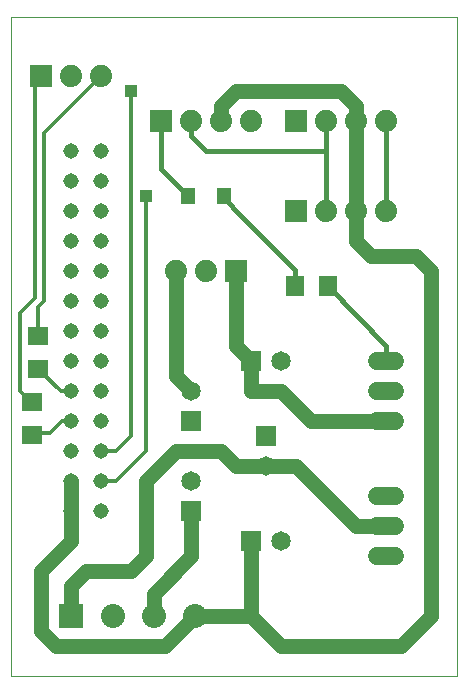
<source format=gtl>
G75*
%MOIN*%
%OFA0B0*%
%FSLAX24Y24*%
%IPPOS*%
%LPD*%
%AMOC8*
5,1,8,0,0,1.08239X$1,22.5*
%
%ADD10C,0.0000*%
%ADD11C,0.0650*%
%ADD12R,0.0650X0.0650*%
%ADD13C,0.0600*%
%ADD14R,0.0800X0.0800*%
%ADD15C,0.0800*%
%ADD16R,0.0740X0.0740*%
%ADD17C,0.0740*%
%ADD18R,0.0472X0.0551*%
%ADD19R,0.0630X0.0709*%
%ADD20C,0.0515*%
%ADD21R,0.0709X0.0630*%
%ADD22C,0.0160*%
%ADD23C,0.0120*%
%ADD24R,0.0396X0.0396*%
%ADD25C,0.0500*%
D10*
X000200Y000100D02*
X000200Y022096D01*
X015070Y022096D01*
X015070Y000100D01*
X000200Y000100D01*
D11*
X006200Y006600D03*
X006200Y009600D03*
X008700Y007100D03*
X009200Y004600D03*
X009200Y010600D03*
D12*
X008200Y010600D03*
X008700Y008100D03*
X008200Y004600D03*
X006200Y005600D03*
X006200Y008600D03*
D13*
X012400Y008600D02*
X013000Y008600D01*
X013000Y009600D02*
X012400Y009600D01*
X012400Y010600D02*
X013000Y010600D01*
X013000Y006100D02*
X012400Y006100D01*
X012400Y005100D02*
X013000Y005100D01*
X013000Y004100D02*
X012400Y004100D01*
D14*
X002200Y002100D03*
D15*
X003578Y002100D03*
X004956Y002100D03*
X006334Y002100D03*
D16*
X007700Y013600D03*
X009700Y015600D03*
X009700Y018600D03*
X005200Y018600D03*
X001200Y020100D03*
D17*
X002200Y020100D03*
X003200Y020100D03*
X006200Y018600D03*
X007200Y018600D03*
X008200Y018600D03*
X010700Y018600D03*
X011700Y018600D03*
X012700Y018600D03*
X012700Y015600D03*
X011700Y015600D03*
X010700Y015600D03*
X006700Y013600D03*
X005700Y013600D03*
D18*
X006109Y016100D03*
X007291Y016100D03*
D19*
X009649Y013100D03*
X010751Y013100D03*
D20*
X003200Y012600D03*
X003200Y011600D03*
X003200Y010600D03*
X003200Y009600D03*
X003200Y008600D03*
X003200Y007600D03*
X003200Y006600D03*
X003200Y005600D03*
X002200Y005600D03*
X002200Y006600D03*
X002200Y007600D03*
X002200Y008600D03*
X002200Y009600D03*
X002200Y010600D03*
X002200Y011600D03*
X002200Y012600D03*
X002200Y013600D03*
X002200Y014600D03*
X002200Y015600D03*
X002200Y016600D03*
X002200Y017600D03*
X003200Y017600D03*
X003200Y016600D03*
X003200Y015600D03*
X003200Y014600D03*
X003200Y013600D03*
D21*
X001100Y011451D03*
X001100Y010349D03*
X000900Y009251D03*
X000900Y008149D03*
D22*
X006109Y016100D02*
X005200Y017009D01*
X005200Y018600D01*
X006200Y018600D02*
X006200Y018100D01*
X006700Y017600D01*
X010700Y017600D01*
X010700Y018600D01*
X010700Y017600D02*
X010700Y015600D01*
X009649Y013651D02*
X007700Y015600D01*
X007200Y016191D01*
X007291Y016100D01*
X009649Y013651D02*
X009649Y013100D01*
X010700Y013100D02*
X010751Y013100D01*
X012700Y011100D01*
X012700Y010600D01*
X012700Y015600D02*
X012700Y018600D01*
D23*
X004700Y016100D02*
X004700Y007600D01*
X003700Y006600D01*
X003200Y006600D01*
X003200Y007600D02*
X003700Y007600D01*
X004200Y008100D01*
X004200Y019600D01*
X003200Y020100D02*
X001300Y018200D01*
X001300Y012600D01*
X001100Y012400D01*
X001100Y011451D01*
X000500Y012200D02*
X001000Y012700D01*
X001000Y019900D01*
X001200Y020100D01*
X000500Y012200D02*
X000500Y009600D01*
X000849Y009251D01*
X000900Y009251D01*
X001849Y009600D02*
X001100Y010349D01*
X001849Y009600D02*
X002200Y009600D01*
X002200Y008600D02*
X001900Y008600D01*
X001500Y008200D01*
X000951Y008200D01*
X000900Y008149D01*
D24*
X004700Y016100D03*
X004200Y019600D03*
D25*
X007200Y019100D02*
X007200Y018600D01*
X007200Y019100D02*
X007700Y019600D01*
X011200Y019600D01*
X011700Y019100D01*
X011700Y018600D01*
X011700Y015600D01*
X011700Y014600D01*
X012200Y014100D01*
X013700Y014100D01*
X014200Y013600D01*
X014200Y002100D01*
X013200Y001100D01*
X009200Y001100D01*
X008200Y002100D01*
X008200Y004600D01*
X008200Y002100D02*
X006334Y002100D01*
X005334Y001100D01*
X001700Y001100D01*
X001200Y001600D01*
X001200Y003600D01*
X002200Y004600D01*
X002200Y005600D01*
X002200Y006600D01*
X002700Y003600D02*
X004200Y003600D01*
X004700Y004100D01*
X004700Y006600D01*
X005700Y007600D01*
X007200Y007600D01*
X007700Y007100D01*
X008700Y007100D01*
X009700Y007100D01*
X011700Y005100D01*
X012700Y005100D01*
X012700Y008600D02*
X010200Y008600D01*
X009200Y009600D01*
X008200Y009600D01*
X008200Y010600D01*
X007700Y011100D01*
X007700Y013600D01*
X005700Y013600D02*
X005700Y010100D01*
X006200Y009600D01*
X006200Y005600D02*
X006200Y004100D01*
X004956Y002856D01*
X004956Y002100D01*
X002700Y003600D02*
X002200Y003100D01*
X002200Y002100D01*
M02*

</source>
